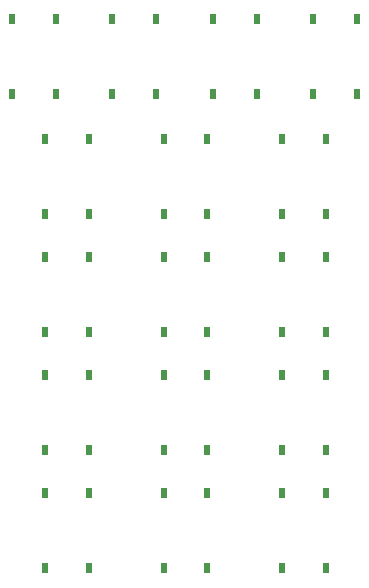
<source format=gbr>
%TF.GenerationSoftware,KiCad,Pcbnew,8.0.1*%
%TF.CreationDate,2024-03-27T15:42:30-05:00*%
%TF.ProjectId,TTWR Keypad,54545752-204b-4657-9970-61642e6b6963,V01*%
%TF.SameCoordinates,Original*%
%TF.FileFunction,Paste,Top*%
%TF.FilePolarity,Positive*%
%FSLAX46Y46*%
G04 Gerber Fmt 4.6, Leading zero omitted, Abs format (unit mm)*
G04 Created by KiCad (PCBNEW 8.0.1) date 2024-03-27 15:42:30*
%MOMM*%
%LPD*%
G01*
G04 APERTURE LIST*
%ADD10R,0.558800X0.952500*%
G04 APERTURE END LIST*
D10*
%TO.C,U3*%
X159663200Y-63318650D03*
X159663200Y-69681350D03*
X155954800Y-63318650D03*
X155954800Y-69681350D03*
%TD*%
%TO.C,U12*%
X169679200Y-83318650D03*
X169679200Y-89681350D03*
X165970800Y-83318650D03*
X165970800Y-89681350D03*
%TD*%
%TO.C,U8*%
X159663200Y-83318650D03*
X159663200Y-89681350D03*
X155954800Y-83318650D03*
X155954800Y-89681350D03*
%TD*%
%TO.C,U1*%
X156854200Y-43167300D03*
X156854200Y-49530000D03*
X153145800Y-43167300D03*
X153145800Y-49530000D03*
%TD*%
%TO.C,U14*%
X179704200Y-63313450D03*
X179704200Y-69676150D03*
X175995800Y-63313450D03*
X175995800Y-69676150D03*
%TD*%
%TO.C,U13*%
X182354200Y-43167300D03*
X182354200Y-49530000D03*
X178645800Y-43167300D03*
X178645800Y-49530000D03*
%TD*%
%TO.C,U6*%
X169679200Y-53318650D03*
X169679200Y-59681350D03*
X165970800Y-53318650D03*
X165970800Y-59681350D03*
%TD*%
%TO.C,U4*%
X159663200Y-73318650D03*
X159663200Y-79681350D03*
X155954800Y-73318650D03*
X155954800Y-79681350D03*
%TD*%
%TO.C,U15*%
X179704200Y-73313450D03*
X179704200Y-79676150D03*
X175995800Y-73313450D03*
X175995800Y-79676150D03*
%TD*%
%TO.C,U7*%
X169679200Y-63318650D03*
X169679200Y-69681350D03*
X165970800Y-63318650D03*
X165970800Y-69681350D03*
%TD*%
%TO.C,U5*%
X165354200Y-43167300D03*
X165354200Y-49530000D03*
X161645800Y-43167300D03*
X161645800Y-49530000D03*
%TD*%
%TO.C,U9*%
X173854200Y-43167300D03*
X173854200Y-49530000D03*
X170145800Y-43167300D03*
X170145800Y-49530000D03*
%TD*%
%TO.C,U2*%
X159663200Y-53318650D03*
X159663200Y-59681350D03*
X155954800Y-53318650D03*
X155954800Y-59681350D03*
%TD*%
%TO.C,U16*%
X179704200Y-83313450D03*
X179704200Y-89676150D03*
X175995800Y-83313450D03*
X175995800Y-89676150D03*
%TD*%
%TO.C,U10*%
X175995800Y-59676150D03*
X175995800Y-53313450D03*
X179704200Y-59676150D03*
X179704200Y-53313450D03*
%TD*%
%TO.C,U11*%
X169679200Y-73318650D03*
X169679200Y-79681350D03*
X165970800Y-73318650D03*
X165970800Y-79681350D03*
%TD*%
M02*

</source>
